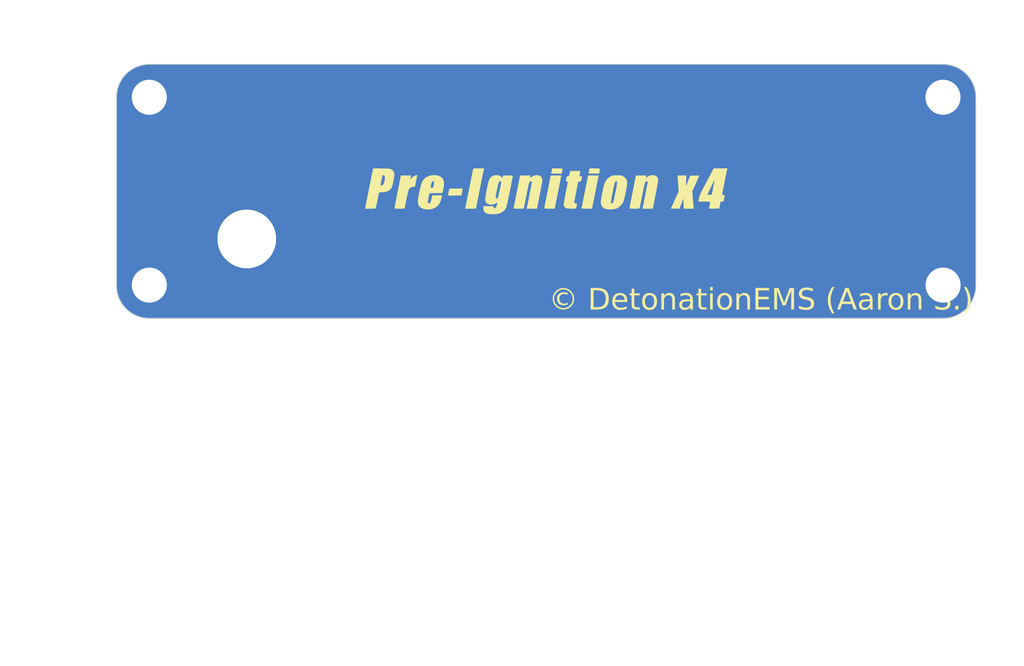
<source format=kicad_pcb>
(kicad_pcb (version 20221018) (generator pcbnew)
  (layers (0 "F.Cu" signal) (31 "B.Cu" signal) (34 "B.Paste" user) (35 "F.Paste" user) (36 "B.SilkS" user "B.Silkscreen") (37 "F.SilkS" user "F.Silkscreen") (38 "B.Mask" user) (39 "F.Mask" user) (44 "Edge.Cuts" user))
  (net 0 "")
  (net 1 "GND")
  (footprint "MountingHole:MountingHole_4.3mm_M4_Pad" (layer "F.Cu") (at 162.882794 82.996082)
    (fp_text reference "H4" hide)
    (fp_text value "MountingHole_Pad")
    (pad "1" thru_hole circle (at 0 0) (size 5 5) (drill 4.2) (layers "*.Cu" "*.Mask") (net 1 "GND"))
  )
  (footprint "MountingHole:MountingHole_4.3mm_M4_Pad" (layer "F.Cu") (at 67.882794 60.496082)
    (fp_text reference "H1" hide)
    (fp_text value "MountingHole_Pad")
    (pad "1" thru_hole circle (at 0 0) (size 5 5) (drill 4.2) (layers "*.Cu" "*.Mask") (net 1 "GND"))
  )
  (footprint "Detonation-Logos:Pre-IgnitionX4-44mm" (layer "F.Cu") (at 115.375406 71.744018)
    (fp_text reference "G***" hide)
    (fp_text value "LOGO" hide)
    (fp_poly (pts (xy 1.60234 -2.726027) (xy 1.782 -2.719928) (xy 1.895116 -2.708429) (xy 1.953106 -2.690435) (xy 1.967605 -2.668197) (xy 1.959218 -2.593746) (xy 1.937587 -2.464382) (xy 1.916714 -2.355169) (xy 1.865822 -2.10176) (xy 1.224983 -2.10176) (xy 0.962512 -2.103568) (xy 0.779317 -2.109597) (xy 0.665299 -2.120754) (xy 0.610359 -2.137945) (xy 0.60246 -2.157658) (xy 0.620652 -2.229913) (xy 0.648516 -2.358154) (xy 0.671304 -2.470686) (xy 0.721834 -2.727816) (xy 1.34472 -2.727816)) (fill solid) (layer "F.SilkS"))
    (fp_poly (pts (xy 6.074171 -2.726027) (xy 6.253831 -2.719928) (xy 6.366947 -2.708429) (xy 6.424937 -2.690435) (xy 6.439436 -2.668197) (xy 6.431049 -2.593746) (xy 6.409418 -2.464382) (xy 6.388545 -2.355169) (xy 6.337653 -2.10176) (xy 5.696814 -2.10176) (xy 5.434343 -2.103568) (xy 5.251148 -2.109597) (xy 5.13713 -2.120754) (xy 5.08219 -2.137945) (xy 5.074291 -2.157658) (xy 5.092483 -2.229913) (xy 5.120347 -2.358154) (xy 5.143135 -2.470686) (xy 5.193665 -2.727816) (xy 5.81655 -2.727816)) (fill solid) (layer "F.SilkS"))
    (fp_poly (pts (xy 1.469507 -0.122975) (xy 1.390663 0.271159) (xy 1.315563 0.64629) (xy 1.246415 0.991407) (xy 1.185427 1.295504) (xy 1.134806 1.547573) (xy 1.096761 1.736605) (xy 1.0735 1.851593) (xy 1.070355 1.86699) (xy 1.02218 2.101761) (xy 0.399294 2.101761) (xy 0.136289 2.099642) (xy -0.047258 2.092694) (xy -0.16124 2.080029) (xy -0.215549 2.06076) (xy -0.223606 2.045863) (xy -0.215084 1.991564) (xy -0.190701 1.858767) (xy -0.15224 1.656651) (xy -0.101485 1.394397) (xy -0.040221 1.081185) (xy 0.029768 0.726195) (xy 0.106699 0.338607) (xy 0.163109 0.055898) (xy 0.549838 -1.878169) (xy 1.820485 -1.878169)) (fill solid) (layer "F.SilkS"))
    (fp_poly (pts (xy 5.941338 -0.122975) (xy 5.862494 0.271159) (xy 5.787394 0.64629) (xy 5.718246 0.991407) (xy 5.657258 1.295504) (xy 5.606637 1.547573) (xy 5.568592 1.736605) (xy 5.545331 1.851593) (xy 5.542186 1.86699) (xy 5.494011 2.101761) (xy 4.871125 2.101761) (xy 4.60812 2.099642) (xy 4.424573 2.092694) (xy 4.310591 2.080029) (xy 4.256282 2.06076) (xy 4.248225 2.045863) (xy 4.256747 1.991564) (xy 4.28113 1.858767) (xy 4.319591 1.656651) (xy 4.370346 1.394397) (xy 4.43161 1.081185) (xy 4.501599 0.726195) (xy 4.57853 0.338607) (xy 4.63494 0.055898) (xy 5.021669 -1.878169) (xy 6.292316 -1.878169)) (fill solid) (layer "F.SilkS"))
    (fp_poly (pts (xy -9.994562 -0.212412) (xy -10.014441 -0.11816) (xy -10.043249 0.031533) (xy -10.074205 0.201233) (xy -10.129765 0.514261) (xy -10.948678 0.526462) (xy -11.237775 0.530258) (xy -11.449056 0.531103) (xy -11.594123 0.528021) (xy -11.684575 0.520035) (xy -11.732012 0.506168) (xy -11.748034 0.485442) (xy -11.744974 0.459385) (xy -11.72468 0.373937) (xy -11.695527 0.234716) (xy -11.671479 0.111796) (xy -11.6405 -0.045328) (xy -11.61286 -0.174928) (xy -11.598308 -0.234771) (xy -11.583034 -0.262815) (xy -11.547339 -0.283282) (xy -11.478883 -0.297345) (xy -11.365322 -0.306173) (xy -11.194314 -0.310937) (xy -10.953518 -0.312807) (xy -10.773247 -0.313028) (xy -9.970479 -0.313028)) (fill solid) (layer "F.SilkS"))
    (fp_poly (pts (xy -7.898414 -0.413644) (xy -7.987401 0.031622) (xy -8.071658 0.452499) (xy -8.149461 0.84043) (xy -8.219087 1.186856) (xy -8.278814 1.483219) (xy -8.326918 1.720961) (xy -8.361676 1.891524) (xy -8.381365 1.986351) (xy -8.384631 2.001145) (xy -8.397309 2.040535) (xy -8.422702 2.068018) (xy -8.474971 2.085734) (xy -8.568273 2.095827) (xy -8.716767 2.100438) (xy -8.934612 2.101708) (xy -9.049773 2.101761) (xy -9.6908 2.101761) (xy -9.228699 -0.212412) (xy -9.139712 -0.657678) (xy -9.055455 -1.078555) (xy -8.977652 -1.466485) (xy -8.908026 -1.812911) (xy -8.848299 -2.109274) (xy -8.800195 -2.347016) (xy -8.765437 -2.51758) (xy -8.745749 -2.612407) (xy -8.742482 -2.6272) (xy -8.729804 -2.66659) (xy -8.704411 -2.694073) (xy -8.652142 -2.71179) (xy -8.55884 -2.721883) (xy -8.410346 -2.726494) (xy -8.192501 -2.727764) (xy -8.07734 -2.727816) (xy -7.436313 -2.727816)) (fill solid) (layer "F.SilkS"))
    (fp_poly (pts (xy 16.75626 -1.218574) (xy 16.748315 -0.991758) (xy 16.744129 -0.804653) (xy 16.743825 -0.671446) (xy 16.747527 -0.606322) (xy 16.750906 -0.603697) (xy 16.773943 -0.659567) (xy 16.822768 -0.782724) (xy 16.891027 -0.956993) (xy 16.972365 -1.166199) (xy 17.005621 -1.252112) (xy 17.239018 -1.855809) (xy 17.786762 -1.868365) (xy 17.996182 -1.871702) (xy 18.168642 -1.87166) (xy 18.287047 -1.868448) (xy 18.334305 -1.862272) (xy 18.334507 -1.861754) (xy 18.316902 -1.817284) (xy 18.267534 -1.703043) (xy 18.191568 -1.530713) (xy 18.094174 -1.311979) (xy 17.980517 -1.058523) (xy 17.911847 -0.90612) (xy 17.489188 0.030347) (xy 17.552215 0.808924) (xy 17.574927 1.085413) (xy 17.597338 1.351) (xy 17.617609 1.584384) (xy 17.633898 1.764267) (xy 17.641707 1.844631) (xy 17.668173 2.101761) (xy 16.458862 2.101761) (xy 16.44642 1.486884) (xy 16.433979 0.872007) (xy 16.328416 1.162676) (xy 16.254645 1.359584) (xy 16.166211 1.586847) (xy 16.089472 1.777553) (xy 15.95609 2.101761) (xy 15.441218 2.101761) (xy 15.210807 2.099457) (xy 15.058917 2.091727) (xy 14.974732 2.077341) (xy 14.947435 2.055072) (xy 14.949036 2.045863) (xy 14.973174 1.990858) (xy 15.02881 1.866326) (xy 15.11057 1.684224) (xy 15.213081 1.456508) (xy 15.330968 1.195135) (xy 15.41632 1.006162) (xy 15.860915 0.02236) (xy 15.803109 -0.715493) (xy 15.783162 -0.981311) (xy 15.765901 -1.232528) (xy 15.752646 -1.44829) (xy 15.744713 -1.607746) (xy 15.743074 -1.665757) (xy 15.740845 -1.878169) (xy 16.782932 -1.878169)) (fill solid) (layer "F.SilkS"))
    (fp_poly (pts (xy -15.439579 -1.915442) (xy -15.427817 -1.907505) (xy -15.436225 -1.860645) (xy -15.459395 -1.741707) (xy -15.494248 -1.566251) (xy -15.537702 -1.349835) (xy -15.561972 -1.229753) (xy -15.608575 -0.998959) (xy -15.648144 -0.801661) (xy -15.677607 -0.653292) (xy -15.693889 -0.569284) (xy -15.696127 -0.556198) (xy -15.73602 -0.54427) (xy -15.837802 -0.526228) (xy -15.913347 -0.515137) (xy -16.150508 -0.458967) (xy -16.318702 -0.359526) (xy -16.432152 -0.206382) (xy -16.473534 -0.104178) (xy -16.504434 0.00667) (xy -16.54826 0.187779) (xy -16.601056 0.421578) (xy -16.658865 0.6905) (xy -16.717731 0.976975) (xy -16.723573 1.006162) (xy -16.779143 1.283569) (xy -16.830067 1.536076) (xy -16.873288 1.748658) (xy -16.905747 1.906287) (xy -16.924387 1.993937) (xy -16.926044 2.001145) (xy -16.939128 2.041568) (xy -16.965564 2.069397) (xy -17.019982 2.086982) (xy -17.117011 2.09667) (xy -17.27128 2.10081) (xy -17.497418 2.10175) (xy -17.552789 2.101761) (xy -17.811148 2.099545) (xy -17.990126 2.092281) (xy -18.099685 2.079045) (xy -18.149783 2.058914) (xy -18.155649 2.045863) (xy -18.147127 1.991564) (xy -18.122743 1.858767) (xy -18.084282 1.656651) (xy -18.033527 1.394397) (xy -17.972263 1.081185) (xy -17.902274 0.726195) (xy -17.825344 0.338607) (xy -17.768934 0.055898) (xy -17.382204 -1.878169) (xy -16.147588 -1.878169) (xy -16.212042 -1.665757) (xy -16.249305 -1.539926) (xy -16.272822 -1.454695) (xy -16.276981 -1.435305) (xy -16.249455 -1.45391) (xy -16.178138 -1.520973) (xy -16.113385 -1.586213) (xy -15.963428 -1.714426) (xy -15.789893 -1.823939) (xy -15.622376 -1.898393) (xy -15.506074 -1.921905)) (fill solid) (layer "F.SilkS"))
    (fp_poly (pts (xy -0.852481 -1.888492) (xy -0.656802 -1.789161) (xy -0.525193 -1.629149) (xy -0.461668 -1.41288) (xy -0.461722 -1.210339) (xy -0.476378 -1.107626) (xy -0.50644 -0.929433) (xy -0.549659 -0.687959) (xy -0.603786 -0.395402) (xy -0.666573 -0.06396) (xy -0.73577 0.29417) (xy -0.789972 0.570159) (xy -1.09287 2.101761) (xy -2.335048 2.101761) (xy -2.310874 2.001145) (xy -2.292796 1.918208) (xy -2.261114 1.76474) (xy -2.218244 1.553023) (xy -2.166604 1.295338) (xy -2.108609 1.003968) (xy -2.046675 0.691195) (xy -1.98322 0.3693) (xy -1.92066 0.050564) (xy -1.861411 -0.252729) (xy -1.80789 -0.528299) (xy -1.762514 -0.763864) (xy -1.727698 -0.947142) (xy -1.70586 -1.065851) (xy -1.699296 -1.107184) (xy -1.736001 -1.163944) (xy -1.821844 -1.185799) (xy -1.920415 -1.163931) (xy -1.924608 -1.161755) (xy -1.95409 -1.142875) (xy -1.980684 -1.114455) (xy -2.00658 -1.068002) (xy -2.033967 -0.995022) (xy -2.065034 -0.887019) (xy -2.101971 -0.735502) (xy -2.146968 -0.531974) (xy -2.202213 -0.267943) (xy -2.269896 0.065085) (xy -2.352206 0.475605) (xy -2.371374 0.571555) (xy -2.438858 0.908825) (xy -2.50161 1.221253) (xy -2.557249 1.49707) (xy -2.603392 1.724504) (xy -2.637655 1.891787) (xy -2.657656 1.987148) (xy -2.660796 2.001145) (xy -2.673925 2.041568) (xy -2.700399 2.069398) (xy -2.754849 2.086982) (xy -2.851907 2.09667) (xy -3.006205 2.10081) (xy -3.232374 2.10175) (xy -3.287648 2.101761) (xy -3.546007 2.099545) (xy -3.724985 2.092281) (xy -3.834544 2.079045) (xy -3.884643 2.058914) (xy -3.890508 2.045863) (xy -3.881986 1.991564) (xy -3.857602 1.858767) (xy -3.819141 1.656651) (xy -3.768387 1.394397) (xy -3.707123 1.081185) (xy -3.637133 0.726195) (xy -3.560203 0.338607) (xy -3.503793 0.055898) (xy -3.117063 -1.878169) (xy -1.868216 -1.878169) (xy -1.898843 -1.71491) (xy -1.929471 -1.551651) (xy -1.780845 -1.676968) (xy -1.551067 -1.830877) (xy -1.305937 -1.908142) (xy -1.108215 -1.92272)) (fill solid) (layer "F.SilkS"))
    (fp_poly (pts (xy 13.010195 -1.888492) (xy 13.205874 -1.789161) (xy 13.337483 -1.629149) (xy 13.401008 -1.41288) (xy 13.400954 -1.210339) (xy 13.386298 -1.107626) (xy 13.356236 -0.929433) (xy 13.313017 -0.687959) (xy 13.25889 -0.395402) (xy 13.196103 -0.06396) (xy 13.126906 0.29417) (xy 13.072705 0.570159) (xy 12.769806 2.101761) (xy 11.527628 2.101761) (xy 11.551803 2.001145) (xy 11.56988 1.918208) (xy 11.601562 1.76474) (xy 11.644432 1.553023) (xy 11.696072 1.295338) (xy 11.754067 1.003968) (xy 11.816001 0.691195) (xy 11.879456 0.3693) (xy 11.942016 0.050564) (xy 12.001265 -0.252729) (xy 12.054786 -0.528299) (xy 12.100162 -0.763864) (xy 12.134978 -0.947142) (xy 12.156816 -1.065851) (xy 12.16338 -1.107184) (xy 12.126675 -1.163944) (xy 12.040832 -1.185799) (xy 11.942261 -1.163931) (xy 11.938068 -1.161755) (xy 11.908586 -1.142875) (xy 11.881992 -1.114455) (xy 11.856096 -1.068002) (xy 11.828709 -0.995022) (xy 11.797642 -0.887019) (xy 11.760705 -0.735502) (xy 11.715708 -0.531974) (xy 11.660463 -0.267943) (xy 11.59278 0.065085) (xy 11.51047 0.475605) (xy 11.491302 0.571555) (xy 11.423818 0.908825) (xy 11.361066 1.221253) (xy 11.305427 1.49707) (xy 11.259284 1.724504) (xy 11.225021 1.891787) (xy 11.20502 1.987148) (xy 11.20188 2.001145) (xy 11.188751 2.041568) (xy 11.162277 2.069398) (xy 11.107827 2.086982) (xy 11.010769 2.09667) (xy 10.856471 2.10081) (xy 10.630302 2.10175) (xy 10.575028 2.101761) (xy 10.316669 2.099545) (xy 10.137691 2.092281) (xy 10.028132 2.079045) (xy 9.978033 2.058914) (xy 9.972168 2.045863) (xy 9.98069 1.991564) (xy 10.005074 1.858767) (xy 10.043535 1.656651) (xy 10.09429 1.394397) (xy 10.155553 1.081185) (xy 10.225543 0.726195) (xy 10.302473 0.338607) (xy 10.358883 0.055898) (xy 10.745613 -1.878169) (xy 11.99446 -1.878169) (xy 11.963833 -1.71491) (xy 11.933205 -1.551651) (xy 12.081831 -1.676968) (xy 12.311609 -1.830877) (xy 12.556739 -1.908142) (xy 12.754461 -1.92272)) (fill solid) (layer "F.SilkS"))
    (fp_poly (pts (xy -13.044606 -1.891645) (xy -12.749342 -1.799838) (xy -12.515212 -1.650348) (xy -12.346835 -1.446054) (xy -12.253387 -1.20977) (xy -12.227947 -1.072406) (xy -12.219224 -0.926593) (xy -12.22847 -0.754306) (xy -12.25694 -0.537519) (xy -12.305885 -0.258207) (xy -12.327307 -0.146342) (xy -12.398811 0.221576) (xy -13.184729 0.233764) (xy -13.970647 0.245951) (xy -14.071087 0.737853) (xy -14.122576 0.996783) (xy -14.154668 1.18183) (xy -14.167764 1.306327) (xy -14.162267 1.383609) (xy -14.138578 1.427009) (xy -14.097097 1.449861) (xy -14.092568 1.451346) (xy -13.983962 1.460252) (xy -13.893299 1.406955) (xy -13.8164 1.284714) (xy -13.749084 1.086789) (xy -13.687171 0.806437) (xy -13.68481 0.79375) (xy -13.628958 0.491902) (xy -12.466254 0.491902) (xy -12.496767 0.695377) (xy -12.59417 1.109403) (xy -12.751935 1.46004) (xy -12.968637 1.745456) (xy -13.242853 1.963819) (xy -13.57316 2.113298) (xy -13.606912 2.123703) (xy -13.871786 2.174183) (xy -14.175462 2.18811) (xy -14.478419 2.16617) (xy -14.741135 2.109049) (xy -14.757042 2.103735) (xy -15.011352 1.976026) (xy -15.196346 1.79232) (xy -15.311305 1.554005) (xy -15.35551 1.262471) (xy -15.337908 0.980769) (xy -15.29467 0.70922) (xy -15.238415 0.405681) (xy -15.173229 0.087936) (xy -15.103198 -0.22623) (xy -15.035608 -0.505799) (xy -13.814448 -0.505799) (xy -13.801346 -0.438052) (xy -13.755109 -0.408928) (xy -13.672315 -0.402479) (xy -13.665149 -0.402464) (xy -13.574367 -0.407873) (xy -13.522434 -0.438992) (xy -13.489442 -0.518159) (xy -13.463917 -0.628257) (xy -13.423319 -0.873661) (xy -13.419422 -1.054737) (xy -13.451958 -1.164635) (xy -13.486038 -1.192553) (xy -13.578476 -1.18563) (xy -13.660634 -1.091304) (xy -13.731378 -0.911142) (xy -13.754929 -0.820945) (xy -13.797835 -0.628114) (xy -13.814448 -0.505799) (xy -15.035608 -0.505799) (xy -15.032409 -0.519033) (xy -14.964949 -0.772686) (xy -14.904902 -0.969406) (xy -14.866736 -1.069902) (xy -14.685407 -1.371509) (xy -14.442524 -1.610109) (xy -14.142396 -1.783202) (xy -13.789334 -1.88829) (xy -13.39639 -1.922887)) (fill solid) (layer "F.SilkS"))
    (fp_poly (pts (xy -19.707815 -2.720335) (xy -19.377991 -2.714681) (xy -19.124537 -2.7081) (xy -18.934386 -2.699427) (xy -18.794472 -2.6875) (xy -18.691729 -2.671154) (xy -18.61309 -2.649227) (xy -18.545488 -2.620555) (xy -18.53633 -2.616021) (xy -18.338651 -2.472726) (xy -18.20884 -2.281754) (xy -18.1563 -2.057618) (xy -18.155634 -2.028362) (xy -18.16592 -1.885019) (xy -18.193785 -1.680673) (xy -18.234737 -1.437983) (xy -18.284286 -1.179607) (xy -18.337942 -0.928207) (xy -18.391214 -0.70644) (xy -18.439612 -0.536966) (xy -18.464559 -0.469542) (xy -18.613936 -0.237154) (xy -18.831637 -0.059051) (xy -19.113268 0.062543) (xy -19.454432 0.125408) (xy -19.6588 0.134155) (xy -19.831891 0.137609) (xy -19.935017 0.150873) (xy -19.987484 0.178304) (xy -20.005684 0.212412) (xy -20.021154 0.279638) (xy -20.050522 0.419365) (xy -20.090671 0.616295) (xy -20.138478 0.855126) (xy -20.190317 1.117958) (xy -20.242637 1.38321) (xy -20.290386 1.621715) (xy -20.330447 1.818173) (xy -20.359698 1.957283) (xy -20.374951 2.023504) (xy -20.392314 2.054485) (xy -20.432716 2.0761) (xy -20.510031 2.08999) (xy -20.638133 2.097798) (xy -20.830897 2.101163) (xy -21.036442 2.101761) (xy -21.675307 2.101761) (xy -21.213206 -0.212412) (xy -21.124186 -0.657825) (xy -21.109395 -0.731702) (xy -19.810211 -0.731702) (xy -19.778117 -0.679907) (xy -19.698998 -0.67615) (xy -19.598595 -0.716473) (xy -19.522043 -0.776004) (xy -19.443179 -0.899326) (xy -19.375966 -1.088261) (xy -19.326587 -1.319154) (xy -19.301226 -1.568349) (xy -19.299406 -1.627864) (xy -19.302054 -1.761486) (xy -19.324239 -1.83406) (xy -19.37912 -1.873749) (xy -19.421721 -1.889653) (xy -19.516885 -1.914165) (xy -19.566722 -1.912972) (xy -19.582437 -1.864276) (xy -19.610593 -1.747834) (xy -19.64704 -1.583784) (xy -19.687626 -1.392264) (xy -19.728201 -1.193411) (xy -19.764613 -1.007363) (xy -19.792712 -0.85426) (xy -19.808348 -0.754237) (xy -19.810211 -0.731702) (xy -21.109395 -0.731702) (xy -21.039866 -1.078968) (xy -20.961974 -1.467264) (xy -20.892236 -1.814138) (xy -20.832381 -2.111014) (xy -20.784136 -2.349316) (xy -20.749227 -2.520469) (xy -20.729383 -2.615897) (xy -20.726061 -2.630898) (xy -20.701017 -2.735211)) (fill solid) (layer "F.SilkS"))
    (fp_poly (pts (xy 4.043035 -2.135299) (xy 4.011683 -1.985336) (xy 3.989407 -1.871514) (xy 3.9815 -1.822271) (xy 4.019837 -1.800424) (xy 4.116525 -1.78915) (xy 4.142033 -1.788732) (xy 4.248233 -1.783922) (xy 4.287121 -1.753381) (xy 4.280809 -1.67294) (xy 4.274999 -1.643397) (xy 4.247019 -1.494269) (xy 4.219707 -1.334918) (xy 4.218976 -1.330369) (xy 4.194505 -1.220667) (xy 4.148691 -1.173586) (xy 4.050884 -1.162796) (xy 4.02378 -1.162676) (xy 3.906856 -1.152305) (xy 3.849644 -1.111329) (xy 3.831253 -1.062059) (xy 3.811812 -0.973286) (xy 3.779586 -0.817158) (xy 3.737303 -0.607627) (xy 3.687689 -0.358645) (xy 3.63347 -0.084164) (xy 3.577371 0.201864) (xy 3.52212 0.485486) (xy 3.470442 0.752752) (xy 3.425064 0.989709) (xy 3.388711 1.182404) (xy 3.364109 1.316887) (xy 3.353986 1.379205) (xy 3.353873 1.3811) (xy 3.393434 1.417881) (xy 3.492373 1.450757) (xy 3.533888 1.458715) (xy 3.65143 1.486914) (xy 3.695502 1.527195) (xy 3.69374 1.55986) (xy 3.671931 1.652488) (xy 3.646288 1.779387) (xy 3.644542 1.788733) (xy 3.620371 1.920486) (xy 3.594989 2.009013) (xy 3.552162 2.062797) (xy 3.475657 2.090324) (xy 3.349238 2.100081) (xy 3.156672 2.100552) (xy 3.049011 2.100011) (xy 2.756333 2.092546) (xy 2.53644 2.072817) (xy 2.396925 2.041542) (xy 2.386987 2.037504) (xy 2.219452 1.922695) (xy 2.124929 1.756344) (xy 2.102288 1.58873) (xy 2.11107 1.498081) (xy 2.13558 1.333169) (xy 2.173491 1.107325) (xy 2.22248 0.833881) (xy 2.280222 0.526171) (xy 2.344393 0.197525) (xy 2.348109 0.178874) (xy 2.41188 -0.142738) (xy 2.469488 -0.436932) (xy 2.518689 -0.691944) (xy 2.557238 -0.896013) (xy 2.582888 -1.037376) (xy 2.593395 -1.104271) (xy 2.593532 -1.106778) (xy 2.555274 -1.148018) (xy 2.476276 -1.162676) (xy 2.39802 -1.17095) (xy 2.374693 -1.213677) (xy 2.388029 -1.30801) (xy 2.416008 -1.457139) (xy 2.443321 -1.616489) (xy 2.444052 -1.621038) (xy 2.470068 -1.731763) (xy 2.515795 -1.779034) (xy 2.600781 -1.788732) (xy 2.67171 -1.791988) (xy 2.718666 -1.813415) (xy 2.751935 -1.8705) (xy 2.781803 -1.98073) (xy 2.817783 -2.157658) (xy 2.868312 -2.414788) (xy 4.102998 -2.414788)) (fill solid) (layer "F.SilkS"))
    (fp_poly (pts (xy 8.731141 -1.89826) (xy 8.898054 -1.889448) (xy 9.018835 -1.871083) (xy 9.115103 -1.840153) (xy 9.189612 -1.804007) (xy 9.432149 -1.63862) (xy 9.594094 -1.442879) (xy 9.682134 -1.205952) (xy 9.703873 -0.971103) (xy 9.693245 -0.826358) (xy 9.663897 -0.614096) (xy 9.619636 -0.352497) (xy 9.564265 -0.059744) (xy 9.501591 0.245983) (xy 9.435419 0.546502) (xy 9.369555 0.823632) (xy 9.307803 1.059191) (xy 9.253969 1.234998) (xy 9.228166 1.301768) (xy 9.073255 1.560513) (xy 8.85889 1.798956) (xy 8.611829 1.990043) (xy 8.47412 2.064072) (xy 8.283104 2.123318) (xy 8.034144 2.163238) (xy 7.756888 2.182563) (xy 7.480987 2.180022) (xy 7.23609 2.154343) (xy 7.101977 2.122883) (xy 6.861328 2.005267) (xy 6.686805 1.828406) (xy 6.581159 1.595182) (xy 6.574972 1.570896) (xy 6.554991 1.474309) (xy 6.544261 1.377006) (xy 6.544202 1.314299) (xy 7.758272 1.314299) (xy 7.759201 1.382812) (xy 7.770592 1.4206) (xy 7.782919 1.433128) (xy 7.842724 1.46862) (xy 7.884825 1.467163) (xy 7.931679 1.449391) (xy 7.964594 1.429833) (xy 7.995071 1.391662) (xy 8.025752 1.325326) (xy 8.059281 1.221269) (xy 8.098304 1.069939) (xy 8.145462 0.861781) (xy 8.2034 0.587241) (xy 8.274761 0.236766) (xy 8.294847 0.136967) (xy 8.368981 -0.237191) (xy 8.424675 -0.533347) (xy 8.462821 -0.760823) (xy 8.484315 -0.928938) (xy 8.490049 -1.047013) (xy 8.480917 -1.124368) (xy 8.457812 -1.170324) (xy 8.422436 -1.193895) (xy 8.37011 -1.202826) (xy 8.322581 -1.181688) (xy 8.277175 -1.122607) (xy 8.231224 -1.01771) (xy 8.182054 -0.859126) (xy 8.126994 -0.63898) (xy 8.063374 -0.3494) (xy 7.988522 0.017487) (xy 7.956454 0.179441) (xy 7.885405 0.543615) (xy 7.831374 0.829719) (xy 7.793048 1.047221) (xy 7.769118 1.205592) (xy 7.758272 1.314299) (xy 6.544202 1.314299) (xy 6.544156 1.265687) (xy 6.556052 1.12705) (xy 6.581321 0.947793) (xy 6.621337 0.714615) (xy 6.677477 0.414214) (xy 6.71416 0.223592) (xy 6.793886 -0.172604) (xy 6.865708 -0.492288) (xy 6.933204 -0.747646) (xy 6.999949 -0.950863) (xy 7.069519 -1.114126) (xy 7.14549 -1.249619) (xy 7.147283 -1.252415) (xy 7.283251 -1.441041) (xy 7.427624 -1.583337) (xy 7.611194 -1.706583) (xy 7.736267 -1.774207) (xy 7.85062 -1.829501) (xy 7.952122 -1.865828) (xy 8.064487 -1.887129) (xy 8.211431 -1.897343) (xy 8.416668 -1.900411) (xy 8.496479 -1.900528)) (fill solid) (layer "F.SilkS"))
    (fp_poly (pts (xy 21.666061 -2.6272) (xy 21.648952 -2.548433) (xy 21.618012 -2.3989) (xy 21.575699 -2.190973) (xy 21.524472 -1.937027) (xy 21.466787 -1.649432) (xy 21.405104 -1.340562) (xy 21.341881 -1.02279) (xy 21.279575 -0.708489) (xy 21.220644 -0.41003) (xy 21.167548 -0.139788) (xy 21.122743 0.089866) (xy 21.088687 0.266558) (xy 21.06784 0.377916) (xy 21.062324 0.411696) (xy 21.101662 0.435159) (xy 21.198383 0.44688) (xy 21.218838 0.447184) (xy 21.322336 0.455615) (xy 21.374044 0.476344) (xy 21.375387 0.480722) (xy 21.367213 0.537343) (xy 21.345417 0.65887) (xy 21.314135 0.822556) (xy 21.30219 0.883187) (xy 21.228958 1.252113) (xy 20.889791 1.252113) (xy 20.837646 1.509243) (xy 20.802529 1.682858) (xy 20.769437 1.84719) (xy 20.754274 1.922888) (xy 20.723048 2.079402) (xy 20.110115 2.091843) (xy 19.853631 2.095174) (xy 19.675403 2.092478) (xy 19.564403 2.082948) (xy 19.509602 2.065779) (xy 19.498754 2.047125) (xy 19.508701 1.976208) (xy 19.533146 1.847026) (xy 19.56426 1.699296) (xy 19.60217 1.533394) (xy 19.62413 1.414285) (xy 19.619094 1.334281) (xy 19.576013 1.285695) (xy 19.483842 1.260839) (xy 19.331533 1.252027) (xy 19.108038 1.25157) (xy 18.921632 1.252113) (xy 18.211925 1.252113) (xy 18.294994 0.847116) (xy 18.318834 0.73929) (xy 18.347043 0.634704) (xy 18.383894 0.524129) (xy 18.43025 0.406954) (xy 19.325763 0.406954) (xy 19.357593 0.428833) (xy 19.455349 0.443444) (xy 19.55752 0.447184) (xy 19.707209 0.44116) (xy 19.789303 0.418968) (xy 19.825082 0.374422) (xy 19.82681 0.368926) (xy 19.849347 0.276763) (xy 19.882464 0.123278) (xy 19.923074 -0.075303) (xy 19.968088 -0.302751) (xy 20.014418 -0.542841) (xy 20.058977 -0.779346) (xy 20.098677 -0.996037) (xy 20.13043 -1.176689) (xy 20.151148 -1.305075) (xy 20.157743 -1.364966) (xy 20.157188 -1.367224) (xy 20.136007 -1.33258) (xy 20.084249 -1.230547) (xy 20.008464 -1.075103) (xy 19.915202 -0.880225) (xy 19.811015 -0.659892) (xy 19.702451 -0.42808) (xy 19.596061 -0.198767) (xy 19.498396 0.014068) (xy 19.416006 0.19645) (xy 19.355441 0.334399) (xy 19.325763 0.406954) (xy 18.43025 0.406954) (xy 18.433659 0.398338) (xy 18.50061 0.248102) (xy 18.589021 0.064193) (xy 18.703164 -0.162616) (xy 18.847311 -0.441555) (xy 19.025734 -0.78185) (xy 19.216321 -1.142849) (xy 19.380536 -1.453345) (xy 20.167958 -1.453345) (xy 20.190317 -1.430986) (xy 20.212676 -1.453345) (xy 20.190317 -1.475704) (xy 20.167958 -1.453345) (xy 19.380536 -1.453345) (xy 20.054579 -2.727816) (xy 21.690084 -2.727816)) (fill solid) (layer "F.SilkS"))
    (fp_poly (pts (xy -5.811116 -1.914803) (xy -5.584446 -1.857857) (xy -5.395291 -1.744568) (xy -5.324108 -1.670121) (xy -5.239733 -1.562856) (xy -5.187701 -1.720512) (xy -5.13567 -1.878169) (xy -4.5578 -1.878169) (xy -4.34224 -1.875441) (xy -4.163204 -1.867979) (xy -4.037345 -1.856868) (xy -3.981315 -1.843188) (xy -3.97993 -1.840582) (xy -3.988889 -1.775212) (xy -4.014196 -1.63379) (xy -4.053494 -1.427722) (xy -4.104428 -1.168415) (xy -4.16464 -0.867275) (xy -4.231774 -0.53571) (xy -4.303475 -0.185125) (xy -4.377384 0.173073) (xy -4.451148 0.527476) (xy -4.522408 0.866679) (xy -4.588809 1.179276) (xy -4.647993 1.453858) (xy -4.697606 1.67902) (xy -4.735291 1.843355) (xy -4.75869 1.935457) (xy -4.762241 1.946427) (xy -4.890364 2.172768) (xy -5.093498 2.381977) (xy -5.357284 2.560305) (xy -5.455634 2.610239) (xy -5.589085 2.669591) (xy -5.705558 2.709522) (xy -5.82971 2.734474) (xy -5.986195 2.74889) (xy -6.199671 2.757212) (xy -6.282923 2.759287) (xy -6.609888 2.759315) (xy -6.853535 2.742372) (xy -6.999353 2.712824) (xy -7.230209 2.617381) (xy -7.384092 2.49954) (xy -7.473253 2.343066) (xy -7.509943 2.131724) (xy -7.512676 2.032579) (xy -7.512676 1.788733) (xy -6.311222 1.788733) (xy -6.297073 1.911326) (xy -6.26337 2.006898) (xy -6.211939 2.047359) (xy -6.102382 2.025563) (xy -6.00321 1.924391) (xy -5.922233 1.753864) (xy -5.887591 1.631145) (xy -5.826027 1.361761) (xy -6.071956 1.48581) (xy -6.33299 1.581155) (xy -6.59565 1.612181) (xy -6.841582 1.580896) (xy -7.052432 1.489308) (xy -7.19214 1.363297) (xy -7.245071 1.270192) (xy -7.276526 1.146029) (xy -7.28602 0.981324) (xy -7.27474 0.79431) (xy -6.032199 0.79431) (xy -6.019306 0.847355) (xy -6.00716 0.864554) (xy -5.924852 0.892342) (xy -5.826751 0.841368) (xy -5.799102 0.813859) (xy -5.769534 0.747943) (xy -5.728094 0.610725) (xy -5.678221 0.418462) (xy -5.623354 0.18741) (xy -5.566933 -0.066174) (xy -5.512397 -0.326034) (xy -5.463186 -0.575911) (xy -5.422739 -0.799551) (xy -5.394495 -0.980696) (xy -5.381894 -1.103089) (xy -5.384493 -1.145853) (xy -5.444273 -1.201168) (xy -5.47659 -1.207394) (xy -5.544754 -1.195051) (xy -5.603383 -1.151366) (xy -5.65648 -1.066358) (xy -5.70805 -0.930045) (xy -5.762095 -0.732443) (xy -5.82262 -0.463572) (xy -5.872409 -0.220488) (xy -5.938478 0.116319) (xy -5.986228 0.376032) (xy -6.016922 0.56882) (xy -6.031825 0.704856) (xy -6.032199 0.79431) (xy -7.27474 0.79431) (xy -7.273068 0.766593) (xy -7.237186 0.492352) (xy -7.177889 0.149117) (xy -7.113162 -0.182033) (xy -7.037313 -0.548816) (xy -6.972798 -0.839755) (xy -6.915848 -1.067157) (xy -6.86269 -1.243331) (xy -6.809555 -1.380582) (xy -6.752669 -1.49122) (xy -6.688262 -1.58755) (xy -6.678522 -1.600476) (xy -6.509004 -1.758244) (xy -6.294116 -1.863931) (xy -6.05458 -1.916473)) (fill solid) (layer "F.SilkS"))
  )
  (footprint "MountingHole:MountingHole_4.3mm_M4_Pad" (layer "F.Cu") (at 67.882794 82.996082)
    (fp_text reference "H3" hide)
    (fp_text value "MountingHole_Pad")
    (pad "1" thru_hole circle (at 0 0) (size 5 5) (drill 4.2) (layers "*.Cu" "*.Mask") (net 1 "GND"))
  )
  (footprint "MountingHole:MountingHole_4.3mm_M4_Pad" (layer "F.Cu") (at 162.872794 60.496082)
    (fp_text reference "H2" hide)
    (fp_text value "MountingHole_Pad")
    (pad "1" thru_hole circle (at 0 0) (size 5 5) (drill 4.2) (layers "*.Cu" "*.Mask") (net 1 "GND"))
  )
  (footprint "MountingHole:MountingHole_4.3mm_M4_Pad" (layer "F.Cu") (at 79.54873 77.46527)
    (fp_text reference "H5" hide)
    (fp_text value "MountingHole_Pad")
    (pad "1" thru_hole circle locked (at 0 0) (size 8 8) (drill 7) (layers "*.Cu" "*.Mask") (net 1 "GND"))
    (pad "1" thru_hole circle locked (at 0 0) (size 8 8) (drill 7) (layers "*.Cu" "*.Mask") (net 1 "GND"))
    (pad "1" thru_hole circle locked (at 0 0) (size 8 8) (drill 7) (layers "*.Cu" "*.Mask") (net 1 "GND"))
  )
  (gr_arc locked (start 162.882794 56.545996) (mid 165.654687 57.690027) (end 166.812793 60.45607) (stroke (width 0.1)) (layer "Edge.Cuts"))
  (gr_line locked (start 67.882794 86.98607) (end 162.882794 86.98607) (stroke (width 0.1)) (layer "Edge.Cuts"))
  (gr_arc locked (start 166.812794 83.05607) (mid 165.661724 85.835) (end 162.882794 86.98607) (stroke (width 0.1)) (layer "Edge.Cuts"))
  (gr_line locked (start 162.882794 56.546046) (end 67.882794 56.546046) (stroke (width 0.1)) (layer "Edge.Cuts"))
  (gr_arc locked (start 67.882794 86.98607) (mid 65.107394 85.838529) (end 63.952795 83.066058) (stroke (width 0.1)) (layer "Edge.Cuts"))
  (gr_arc locked (start 63.952795 60.466058) (mid 65.107394 57.693587) (end 67.882794 56.546046) (stroke (width 0.1)) (layer "Edge.Cuts"))
  (gr_line locked (start 63.952795 60.466058) (end 63.952795 83.066058) (stroke (width 0.1)) (layer "Edge.Cuts"))
  (gr_line locked (start 166.812794 60.45607) (end 166.812794 83.05607) (stroke (width 0.1)) (layer "Edge.Cuts"))
  (gr_text "© DetonationEMS (Aaron S.)" (at 115.66753 86.35527) (layer "F.SilkS") (effects (font (size 2.54 2.54) (thickness 0.254)) (justify left bottom)))
  (zone (net 1) (net_name "GND") (layer "F.Cu") (connect_pads yes (clearance 0)) (min_thickness 0.508) (fill yes (thermal_gap 0.508) (thermal_bridge_width 0.508))
    (polygon (pts (xy 59.882794 54.996082) (xy 168.882794 54.996082) (xy 168.882794 88.996082) (xy 59.882794 88.996082)))
  )
  (zone (net 1) (net_name "GND") (layer "B.Cu") (connect_pads yes (clearance 0.5)) (min_thickness 0.25) (fill yes (thermal_gap 0.5) (thermal_bridge_width 0.5))
    (polygon (pts (xy 61.882794 54.996082) (xy 168.882794 54.996082) (xy 168.882794 88.996082) (xy 61.882794 88.996082)))
  )
)
</source>
